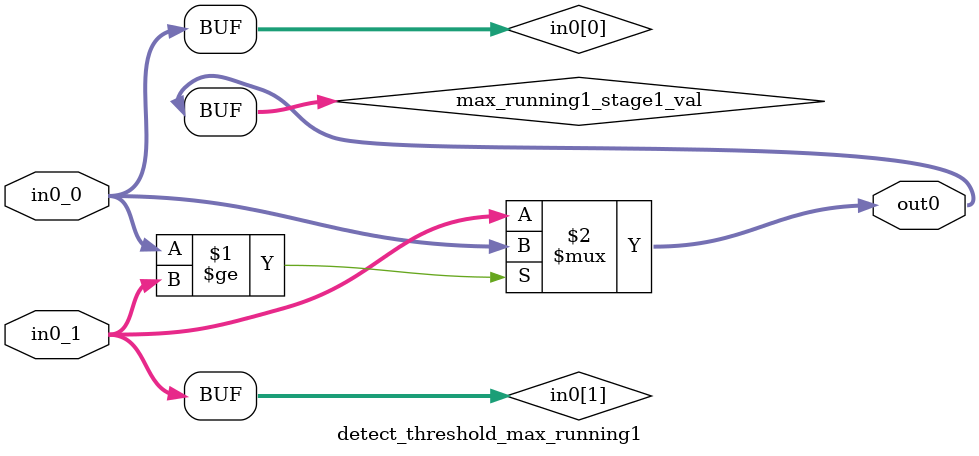
<source format=v>



`timescale 1 ns / 1 ns

module detect_threshold_max_running1
          (
           in0_0,
           in0_1,
           out0
          );


  input   signed [15:0] in0_0;  // int16
  input   signed [15:0] in0_1;  // int16
  output  signed [15:0] out0;  // int16


  wire signed [15:0] in0 [0:1];  // int16 [2]
  wire signed [15:0] max_running1_stage1_val;  // int16


  assign in0[0] = in0_0;
  assign in0[1] = in0_1;

  // ---- Tree max implementation ----
  // ---- Tree max stage 1 ----
  assign max_running1_stage1_val = (in0[0] >= in0[1] ? in0[0] :
              in0[1]);



  assign out0 = max_running1_stage1_val;

endmodule  // detect_threshold_max_running1


</source>
